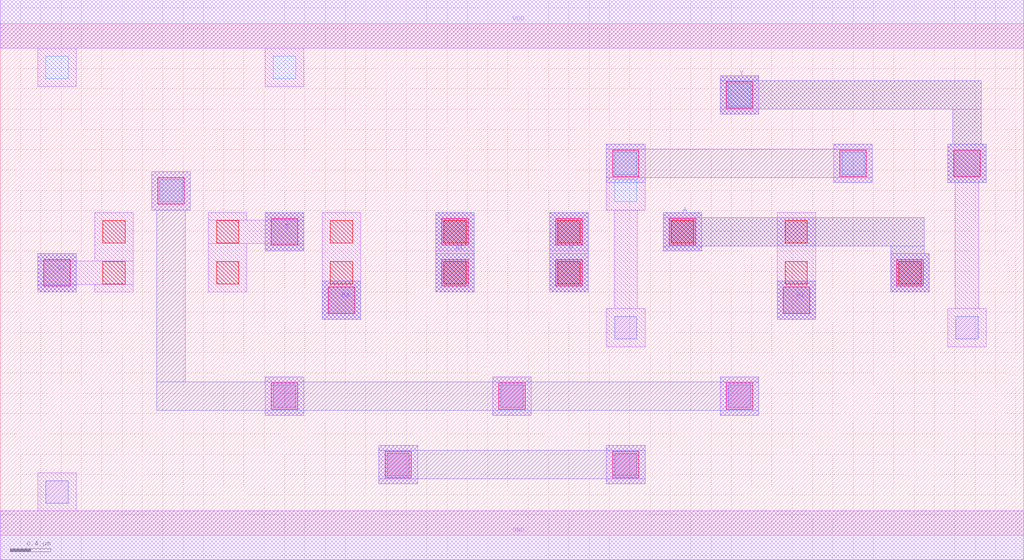
<source format=lef>
MACRO AOAI232
 CLASS CORE ;
 FOREIGN AOAI232 0 0 ;
 SIZE 10.08 BY 5.04 ;
 ORIGIN 0 0 ;
 SYMMETRY X Y R90 ;
 SITE unit ;
  PIN VDD
   DIRECTION INOUT ;
   USE POWER ;
   SHAPE ABUTMENT ;
    PORT
     CLASS CORE ;
       LAYER met1 ;
        RECT 0.00000000 4.80000000 10.08000000 5.28000000 ;
    END
  END VDD

  PIN GND
   DIRECTION INOUT ;
   USE POWER ;
   SHAPE ABUTMENT ;
    PORT
     CLASS CORE ;
       LAYER met1 ;
        RECT 0.00000000 -0.24000000 10.08000000 0.24000000 ;
    END
  END GND

  PIN Y
   DIRECTION INOUT ;
   USE SIGNAL ;
   SHAPE ABUTMENT ;
    PORT
     CLASS CORE ;
       LAYER met2 ;
        RECT 9.33000000 3.47700000 9.71000000 3.85700000 ;
        RECT 7.09000000 4.15200000 7.47000000 4.20200000 ;
        RECT 9.38000000 3.85700000 9.66000000 4.20200000 ;
        RECT 7.09000000 4.20200000 9.66000000 4.48200000 ;
        RECT 7.09000000 4.48200000 7.47000000 4.53200000 ;
    END
  END Y

  PIN B2
   DIRECTION INOUT ;
   USE SIGNAL ;
   SHAPE ABUTMENT ;
    PORT
     CLASS CORE ;
       LAYER met2 ;
        RECT 3.17000000 2.12700000 3.55000000 2.50700000 ;
    END
  END B2

  PIN C1
   DIRECTION INOUT ;
   USE SIGNAL ;
   SHAPE ABUTMENT ;
    PORT
     CLASS CORE ;
       LAYER met2 ;
        RECT 0.37000000 2.39700000 0.75000000 2.77700000 ;
    END
  END C1

  PIN B1
   DIRECTION INOUT ;
   USE SIGNAL ;
   SHAPE ABUTMENT ;
    PORT
     CLASS CORE ;
       LAYER met2 ;
        RECT 4.29000000 2.39700000 4.67000000 3.18200000 ;
    END
  END B1

  PIN C
   DIRECTION INOUT ;
   USE SIGNAL ;
   SHAPE ABUTMENT ;
    PORT
     CLASS CORE ;
       LAYER met2 ;
        RECT 2.61000000 2.80200000 2.99000000 3.18200000 ;
    END
  END C

  PIN A
   DIRECTION INOUT ;
   USE SIGNAL ;
   SHAPE ABUTMENT ;
    PORT
     CLASS CORE ;
       LAYER met2 ;
        RECT 8.77000000 2.39700000 9.15000000 2.77700000 ;
        RECT 6.53000000 2.80200000 6.91000000 2.85200000 ;
        RECT 8.77000000 2.77700000 9.10000000 2.85200000 ;
        RECT 6.53000000 2.85200000 9.10000000 3.13200000 ;
        RECT 6.53000000 3.13200000 6.91000000 3.18200000 ;
    END
  END A

  PIN A1
   DIRECTION INOUT ;
   USE SIGNAL ;
   SHAPE ABUTMENT ;
    PORT
     CLASS CORE ;
       LAYER met2 ;
        RECT 7.65000000 2.12700000 8.03000000 2.50700000 ;
    END
  END A1

  PIN B
   DIRECTION INOUT ;
   USE SIGNAL ;
   SHAPE ABUTMENT ;
    PORT
     CLASS CORE ;
       LAYER met2 ;
        RECT 5.41000000 2.39700000 5.79000000 3.18200000 ;
    END
  END B

 OBS
    LAYER polycont ;
     RECT 1.01000000 2.47700000 1.23000000 2.69700000 ;
     RECT 2.13000000 2.47700000 2.35000000 2.69700000 ;
     RECT 3.25000000 2.47700000 3.47000000 2.69700000 ;
     RECT 4.37000000 2.47700000 4.59000000 2.69700000 ;
     RECT 5.49000000 2.47700000 5.71000000 2.69700000 ;
     RECT 7.73000000 2.47700000 7.95000000 2.69700000 ;
     RECT 8.85000000 2.47700000 9.07000000 2.69700000 ;
     RECT 1.01000000 2.88200000 1.23000000 3.10200000 ;
     RECT 2.13000000 2.88200000 2.35000000 3.10200000 ;
     RECT 3.25000000 2.88200000 3.47000000 3.10200000 ;
     RECT 4.37000000 2.88200000 4.59000000 3.10200000 ;
     RECT 5.49000000 2.88200000 5.71000000 3.10200000 ;
     RECT 6.61000000 2.88200000 6.83000000 3.10200000 ;
     RECT 7.73000000 2.88200000 7.95000000 3.10200000 ;

    LAYER pdiffc ;
     RECT 1.57000000 3.28700000 1.79000000 3.50700000 ;
     RECT 6.05000000 3.28700000 6.27000000 3.50700000 ;
     RECT 6.05000000 3.55700000 6.27000000 3.77700000 ;
     RECT 8.29000000 3.55700000 8.51000000 3.77700000 ;
     RECT 7.17000000 4.23200000 7.39000000 4.45200000 ;
     RECT 0.45000000 4.50200000 0.67000000 4.72200000 ;
     RECT 2.69000000 4.50200000 2.91000000 4.72200000 ;

    LAYER ndiffc ;
     RECT 0.45000000 0.31700000 0.67000000 0.53700000 ;
     RECT 3.81000000 0.58700000 4.03000000 0.80700000 ;
     RECT 6.05000000 0.58700000 6.27000000 0.80700000 ;
     RECT 2.69000000 1.26200000 2.91000000 1.48200000 ;
     RECT 4.93000000 1.26200000 5.15000000 1.48200000 ;
     RECT 7.17000000 1.26200000 7.39000000 1.48200000 ;
     RECT 6.05000000 1.93700000 6.27000000 2.15700000 ;
     RECT 9.41000000 1.93700000 9.63000000 2.15700000 ;

    LAYER met1 ;
     RECT 0.00000000 -0.24000000 10.08000000 0.24000000 ;
     RECT 0.37000000 0.24000000 0.75000000 0.61700000 ;
     RECT 3.73000000 0.50700000 4.11000000 0.88700000 ;
     RECT 5.97000000 0.50700000 6.35000000 0.88700000 ;
     RECT 2.61000000 1.18200000 2.99000000 1.56200000 ;
     RECT 4.85000000 1.18200000 5.23000000 1.56200000 ;
     RECT 7.09000000 1.18200000 7.47000000 1.56200000 ;
     RECT 4.29000000 2.39700000 4.67000000 2.77700000 ;
     RECT 5.41000000 2.39700000 5.79000000 2.77700000 ;
     RECT 8.77000000 2.39700000 9.15000000 2.77700000 ;
     RECT 0.37000000 2.39700000 0.75000000 2.47200000 ;
     RECT 0.93000000 2.39700000 1.31000000 2.47200000 ;
     RECT 0.37000000 2.47200000 1.31000000 2.70200000 ;
     RECT 0.37000000 2.70200000 0.75000000 2.77700000 ;
     RECT 0.93000000 2.70200000 1.31000000 3.18200000 ;
     RECT 2.05000000 2.39700000 2.43000000 2.87700000 ;
     RECT 2.61000000 2.80200000 2.99000000 2.87700000 ;
     RECT 2.05000000 2.87700000 2.99000000 3.10700000 ;
     RECT 2.05000000 3.10700000 2.43000000 3.18200000 ;
     RECT 2.61000000 3.10700000 2.99000000 3.18200000 ;
     RECT 3.17000000 2.12700000 3.55000000 3.18200000 ;
     RECT 4.29000000 2.80200000 4.67000000 3.18200000 ;
     RECT 5.41000000 2.80200000 5.79000000 3.18200000 ;
     RECT 6.53000000 2.80200000 6.91000000 3.18200000 ;
     RECT 7.65000000 2.12700000 8.03000000 3.18200000 ;
     RECT 1.49000000 3.20700000 1.87000000 3.58700000 ;
     RECT 5.97000000 1.85700000 6.35000000 2.23700000 ;
     RECT 6.04500000 2.23700000 6.27500000 3.20700000 ;
     RECT 5.97000000 3.20700000 6.35000000 3.85700000 ;
     RECT 8.21000000 3.47700000 8.59000000 3.85700000 ;
     RECT 9.33000000 1.85700000 9.71000000 2.23700000 ;
     RECT 9.40500000 2.23700000 9.63500000 3.47700000 ;
     RECT 9.33000000 3.47700000 9.71000000 3.85700000 ;
     RECT 7.09000000 4.15200000 7.47000000 4.53200000 ;
     RECT 0.37000000 4.42200000 0.75000000 4.80000000 ;
     RECT 2.61000000 4.42200000 2.99000000 4.80000000 ;
     RECT 0.00000000 4.80000000 10.08000000 5.28000000 ;

    LAYER via1 ;
     RECT 3.79000000 0.56700000 4.05000000 0.82700000 ;
     RECT 6.03000000 0.56700000 6.29000000 0.82700000 ;
     RECT 2.67000000 1.24200000 2.93000000 1.50200000 ;
     RECT 4.91000000 1.24200000 5.17000000 1.50200000 ;
     RECT 7.15000000 1.24200000 7.41000000 1.50200000 ;
     RECT 3.23000000 2.18700000 3.49000000 2.44700000 ;
     RECT 7.71000000 2.18700000 7.97000000 2.44700000 ;
     RECT 0.43000000 2.45700000 0.69000000 2.71700000 ;
     RECT 4.35000000 2.45700000 4.61000000 2.71700000 ;
     RECT 5.47000000 2.45700000 5.73000000 2.71700000 ;
     RECT 8.83000000 2.45700000 9.09000000 2.71700000 ;
     RECT 2.67000000 2.86200000 2.93000000 3.12200000 ;
     RECT 4.35000000 2.86200000 4.61000000 3.12200000 ;
     RECT 5.47000000 2.86200000 5.73000000 3.12200000 ;
     RECT 6.59000000 2.86200000 6.85000000 3.12200000 ;
     RECT 1.55000000 3.26700000 1.81000000 3.52700000 ;
     RECT 6.03000000 3.53700000 6.29000000 3.79700000 ;
     RECT 8.27000000 3.53700000 8.53000000 3.79700000 ;
     RECT 9.39000000 3.53700000 9.65000000 3.79700000 ;
     RECT 7.15000000 4.21200000 7.41000000 4.47200000 ;

    LAYER met2 ;
     RECT 3.73000000 0.50700000 4.11000000 0.55700000 ;
     RECT 5.97000000 0.50700000 6.35000000 0.55700000 ;
     RECT 3.73000000 0.55700000 6.35000000 0.83700000 ;
     RECT 3.73000000 0.83700000 4.11000000 0.88700000 ;
     RECT 5.97000000 0.83700000 6.35000000 0.88700000 ;
     RECT 3.17000000 2.12700000 3.55000000 2.50700000 ;
     RECT 7.65000000 2.12700000 8.03000000 2.50700000 ;
     RECT 0.37000000 2.39700000 0.75000000 2.77700000 ;
     RECT 2.61000000 2.80200000 2.99000000 3.18200000 ;
     RECT 4.29000000 2.39700000 4.67000000 3.18200000 ;
     RECT 5.41000000 2.39700000 5.79000000 3.18200000 ;
     RECT 8.77000000 2.39700000 9.15000000 2.77700000 ;
     RECT 6.53000000 2.80200000 6.91000000 2.85200000 ;
     RECT 8.77000000 2.77700000 9.10000000 2.85200000 ;
     RECT 6.53000000 2.85200000 9.10000000 3.13200000 ;
     RECT 6.53000000 3.13200000 6.91000000 3.18200000 ;
     RECT 2.61000000 1.18200000 2.99000000 1.23200000 ;
     RECT 4.85000000 1.18200000 5.23000000 1.23200000 ;
     RECT 7.09000000 1.18200000 7.47000000 1.23200000 ;
     RECT 1.54000000 1.23200000 7.47000000 1.51200000 ;
     RECT 2.61000000 1.51200000 2.99000000 1.56200000 ;
     RECT 4.85000000 1.51200000 5.23000000 1.56200000 ;
     RECT 7.09000000 1.51200000 7.47000000 1.56200000 ;
     RECT 1.54000000 1.51200000 1.82000000 3.20700000 ;
     RECT 1.49000000 3.20700000 1.87000000 3.58700000 ;
     RECT 5.97000000 3.47700000 6.35000000 3.52700000 ;
     RECT 8.21000000 3.47700000 8.59000000 3.52700000 ;
     RECT 5.97000000 3.52700000 8.59000000 3.80700000 ;
     RECT 5.97000000 3.80700000 6.35000000 3.85700000 ;
     RECT 8.21000000 3.80700000 8.59000000 3.85700000 ;
     RECT 9.33000000 3.47700000 9.71000000 3.85700000 ;
     RECT 7.09000000 4.15200000 7.47000000 4.20200000 ;
     RECT 9.38000000 3.85700000 9.66000000 4.20200000 ;
     RECT 7.09000000 4.20200000 9.66000000 4.48200000 ;
     RECT 7.09000000 4.48200000 7.47000000 4.53200000 ;

 END
END AOAI232

</source>
